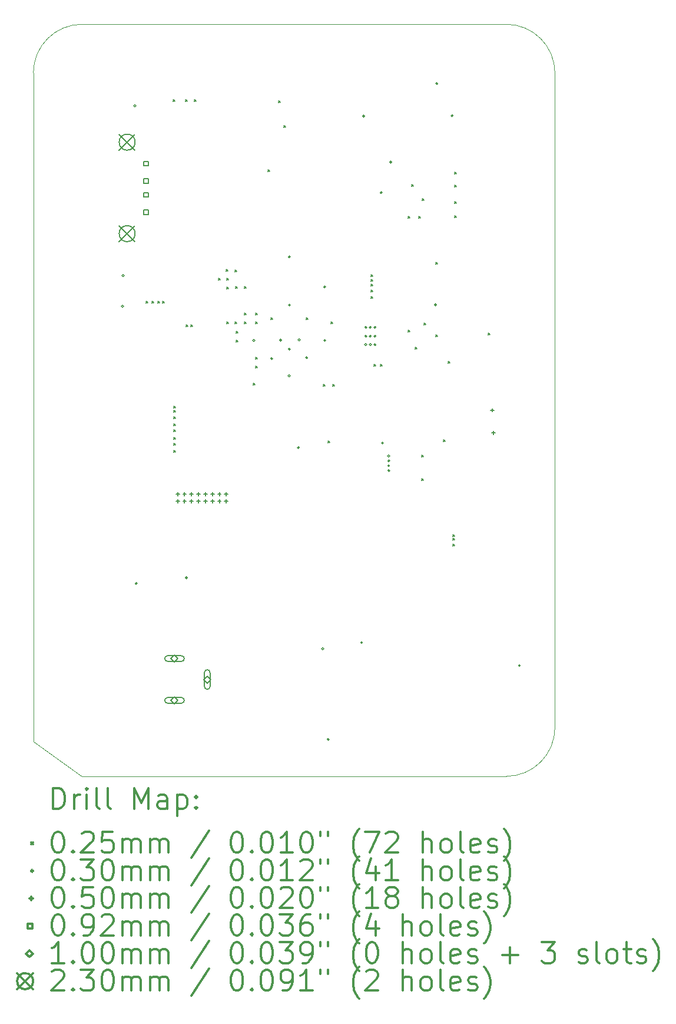
<source format=gbr>
%FSLAX45Y45*%
G04 Gerber Fmt 4.5, Leading zero omitted, Abs format (unit mm)*
G04 Created by KiCad (PCBNEW 5.1.6-c6e7f7d~86~ubuntu18.04.1) date 2020-08-09 14:30:50*
%MOMM*%
%LPD*%
G01*
G04 APERTURE LIST*
%TA.AperFunction,Profile*%
%ADD10C,0.050000*%
%TD*%
%ADD11C,0.200000*%
%ADD12C,0.300000*%
G04 APERTURE END LIST*
D10*
X1200000Y-2500000D02*
X1200000Y-2600000D01*
X8700000Y-2500000D02*
X8700000Y-11900000D01*
X1900000Y-1800000D02*
X8000000Y-1800000D01*
X8000000Y-1800000D02*
G75*
G02*
X8700000Y-2500000I0J-700000D01*
G01*
X1200000Y-2500000D02*
G75*
G02*
X1900000Y-1800000I700000J0D01*
G01*
X8700000Y-11900000D02*
G75*
G02*
X8000000Y-12600000I-700000J0D01*
G01*
X1900000Y-12600000D02*
X8000000Y-12600000D01*
X1200000Y-12100000D02*
X1900000Y-12600000D01*
X1200000Y-2600000D02*
X1200000Y-12100000D01*
D11*
X2817300Y-5777300D02*
X2842700Y-5802700D01*
X2842700Y-5777300D02*
X2817300Y-5802700D01*
X2907300Y-5777300D02*
X2932700Y-5802700D01*
X2932700Y-5777300D02*
X2907300Y-5802700D01*
X2989575Y-5777300D02*
X3014975Y-5802700D01*
X3014975Y-5777300D02*
X2989575Y-5802700D01*
X3057299Y-5777300D02*
X3082699Y-5802700D01*
X3082699Y-5777300D02*
X3057299Y-5802700D01*
X3213100Y-2882900D02*
X3238500Y-2908300D01*
X3238500Y-2882900D02*
X3213100Y-2908300D01*
X3216300Y-7281447D02*
X3241700Y-7306847D01*
X3241700Y-7281447D02*
X3216300Y-7306847D01*
X3216300Y-7342407D02*
X3241700Y-7367807D01*
X3241700Y-7342407D02*
X3216300Y-7367807D01*
X3216300Y-7439300D02*
X3241700Y-7464700D01*
X3241700Y-7439300D02*
X3216300Y-7464700D01*
X3216300Y-7537300D02*
X3241700Y-7562700D01*
X3241700Y-7537300D02*
X3216300Y-7562700D01*
X3216300Y-7729300D02*
X3241700Y-7754700D01*
X3241700Y-7729300D02*
X3216300Y-7754700D01*
X3216300Y-7819300D02*
X3241700Y-7844700D01*
X3241700Y-7819300D02*
X3216300Y-7844700D01*
X3216300Y-7921300D02*
X3241700Y-7946700D01*
X3241700Y-7921300D02*
X3216300Y-7946700D01*
X3217300Y-7626300D02*
X3242700Y-7651700D01*
X3242700Y-7626300D02*
X3217300Y-7651700D01*
X3390900Y-2882900D02*
X3416300Y-2908300D01*
X3416300Y-2882900D02*
X3390900Y-2908300D01*
X3397300Y-6117300D02*
X3422700Y-6142700D01*
X3422700Y-6117300D02*
X3397300Y-6142700D01*
X3467300Y-6117300D02*
X3492700Y-6142700D01*
X3492700Y-6117300D02*
X3467300Y-6142700D01*
X3517900Y-2882900D02*
X3543300Y-2908300D01*
X3543300Y-2882900D02*
X3517900Y-2908300D01*
X3861300Y-5443300D02*
X3886700Y-5468700D01*
X3886700Y-5443300D02*
X3861300Y-5468700D01*
X3976300Y-5323300D02*
X4001700Y-5348700D01*
X4001700Y-5323300D02*
X3976300Y-5348700D01*
X3977046Y-6072300D02*
X4002446Y-6097700D01*
X4002446Y-6072300D02*
X3977046Y-6097700D01*
X3978300Y-5572300D02*
X4003700Y-5597700D01*
X4003700Y-5572300D02*
X3978300Y-5597700D01*
X3981300Y-5443300D02*
X4006700Y-5468700D01*
X4006700Y-5443300D02*
X3981300Y-5468700D01*
X4096300Y-6072300D02*
X4121700Y-6097700D01*
X4121700Y-6072300D02*
X4096300Y-6097700D01*
X4099300Y-5328300D02*
X4124700Y-5353700D01*
X4124700Y-5328300D02*
X4099300Y-5353700D01*
X4106300Y-5568300D02*
X4131700Y-5593700D01*
X4131700Y-5568300D02*
X4106300Y-5593700D01*
X4112300Y-6212300D02*
X4137700Y-6237700D01*
X4137700Y-6212300D02*
X4112300Y-6237700D01*
X4115300Y-6337300D02*
X4140700Y-6362700D01*
X4140700Y-6337300D02*
X4115300Y-6362700D01*
X4235046Y-5949300D02*
X4260446Y-5974700D01*
X4260446Y-5949300D02*
X4235046Y-5974700D01*
X4236300Y-5568300D02*
X4261700Y-5593700D01*
X4261700Y-5568300D02*
X4236300Y-5593700D01*
X4236300Y-6074300D02*
X4261700Y-6099700D01*
X4261700Y-6074300D02*
X4236300Y-6099700D01*
X4364300Y-6957300D02*
X4389700Y-6982700D01*
X4389700Y-6957300D02*
X4364300Y-6982700D01*
X4397060Y-5945780D02*
X4422460Y-5971180D01*
X4422460Y-5945780D02*
X4397060Y-5971180D01*
X4397060Y-6072780D02*
X4422460Y-6098180D01*
X4422460Y-6072780D02*
X4397060Y-6098180D01*
X4397060Y-6580780D02*
X4422460Y-6606180D01*
X4422460Y-6580780D02*
X4397060Y-6606180D01*
X4397060Y-6707780D02*
X4422460Y-6733180D01*
X4422460Y-6707780D02*
X4397060Y-6733180D01*
X4576300Y-3885500D02*
X4601700Y-3910900D01*
X4601700Y-3885500D02*
X4576300Y-3910900D01*
X4615300Y-6015300D02*
X4640700Y-6040700D01*
X4640700Y-6015300D02*
X4615300Y-6040700D01*
X4728700Y-2894900D02*
X4754100Y-2920300D01*
X4754100Y-2894900D02*
X4728700Y-2920300D01*
X4804900Y-3250500D02*
X4830300Y-3275900D01*
X4830300Y-3250500D02*
X4804900Y-3275900D01*
X5121300Y-6012300D02*
X5146700Y-6037700D01*
X5146700Y-6012300D02*
X5121300Y-6037700D01*
X5370300Y-6974300D02*
X5395700Y-6999700D01*
X5395700Y-6974300D02*
X5370300Y-6999700D01*
X5437300Y-7787300D02*
X5462700Y-7812700D01*
X5462700Y-7787300D02*
X5437300Y-7812700D01*
X5477300Y-6075300D02*
X5502700Y-6100700D01*
X5502700Y-6075300D02*
X5477300Y-6100700D01*
X5501300Y-6971300D02*
X5526700Y-6996700D01*
X5526700Y-6971300D02*
X5501300Y-6996700D01*
X6058300Y-5400300D02*
X6083700Y-5425700D01*
X6083700Y-5400300D02*
X6058300Y-5425700D01*
X6058300Y-5463300D02*
X6083700Y-5488700D01*
X6083700Y-5463300D02*
X6058300Y-5488700D01*
X6058300Y-5536300D02*
X6083700Y-5561700D01*
X6083700Y-5536300D02*
X6058300Y-5561700D01*
X6058300Y-5616300D02*
X6083700Y-5641700D01*
X6083700Y-5616300D02*
X6058300Y-5641700D01*
X6058300Y-5709300D02*
X6083700Y-5734700D01*
X6083700Y-5709300D02*
X6058300Y-5734700D01*
X6099300Y-6687300D02*
X6124700Y-6712700D01*
X6124700Y-6687300D02*
X6099300Y-6712700D01*
X6190300Y-6682300D02*
X6215700Y-6707700D01*
X6215700Y-6682300D02*
X6190300Y-6707700D01*
X6587972Y-6195970D02*
X6613372Y-6221370D01*
X6613372Y-6195970D02*
X6587972Y-6221370D01*
X6591300Y-4559300D02*
X6616700Y-4584700D01*
X6616700Y-4559300D02*
X6591300Y-4584700D01*
X6642100Y-4102100D02*
X6667500Y-4127500D01*
X6667500Y-4102100D02*
X6642100Y-4127500D01*
X6687300Y-6437300D02*
X6712700Y-6462700D01*
X6712700Y-6437300D02*
X6687300Y-6462700D01*
X6743700Y-4559300D02*
X6769100Y-4584700D01*
X6769100Y-4559300D02*
X6743700Y-4584700D01*
X6780300Y-7984300D02*
X6805700Y-8009700D01*
X6805700Y-7984300D02*
X6780300Y-8009700D01*
X6780300Y-8328300D02*
X6805700Y-8353700D01*
X6805700Y-8328300D02*
X6780300Y-8353700D01*
X6794500Y-4305300D02*
X6819900Y-4330700D01*
X6819900Y-4305300D02*
X6794500Y-4330700D01*
X6813300Y-6092300D02*
X6838700Y-6117700D01*
X6838700Y-6092300D02*
X6813300Y-6117700D01*
X6986270Y-5216330D02*
X7011670Y-5241730D01*
X7011670Y-5216330D02*
X6986270Y-5241730D01*
X6987300Y-6262300D02*
X7012700Y-6287700D01*
X7012700Y-6262300D02*
X6987300Y-6287700D01*
X7097300Y-7767300D02*
X7122700Y-7792700D01*
X7122700Y-7767300D02*
X7097300Y-7792700D01*
X7162300Y-6637300D02*
X7187700Y-6662700D01*
X7187700Y-6637300D02*
X7162300Y-6662700D01*
X7229814Y-9127300D02*
X7255214Y-9152700D01*
X7255214Y-9127300D02*
X7229814Y-9152700D01*
X7229814Y-9183385D02*
X7255214Y-9208785D01*
X7255214Y-9183385D02*
X7229814Y-9208785D01*
X7229814Y-9265300D02*
X7255214Y-9290700D01*
X7255214Y-9265300D02*
X7229814Y-9290700D01*
X7258300Y-3925300D02*
X7283700Y-3950700D01*
X7283700Y-3925300D02*
X7258300Y-3950700D01*
X7258300Y-4112300D02*
X7283700Y-4137700D01*
X7283700Y-4112300D02*
X7258300Y-4137700D01*
X7258300Y-4345300D02*
X7283700Y-4370700D01*
X7283700Y-4345300D02*
X7258300Y-4370700D01*
X7258300Y-4550300D02*
X7283700Y-4575700D01*
X7283700Y-4550300D02*
X7258300Y-4575700D01*
X7737300Y-6237300D02*
X7762700Y-6262700D01*
X7762700Y-6237300D02*
X7737300Y-6262700D01*
X2495240Y-5850000D02*
G75*
G03*
X2495240Y-5850000I-15240J0D01*
G01*
X2505240Y-5410000D02*
G75*
G03*
X2505240Y-5410000I-15240J0D01*
G01*
X2675240Y-2970000D02*
G75*
G03*
X2675240Y-2970000I-15240J0D01*
G01*
X2695240Y-9830000D02*
G75*
G03*
X2695240Y-9830000I-15240J0D01*
G01*
X3415240Y-9750000D02*
G75*
G03*
X3415240Y-9750000I-15240J0D01*
G01*
X4386500Y-6340000D02*
G75*
G03*
X4386500Y-6340000I-15240J0D01*
G01*
X4640240Y-6600000D02*
G75*
G03*
X4640240Y-6600000I-15240J0D01*
G01*
X4770440Y-6334400D02*
G75*
G03*
X4770440Y-6334400I-15240J0D01*
G01*
X4891090Y-6848750D02*
G75*
G03*
X4891090Y-6848750I-15240J0D01*
G01*
X4894900Y-6466480D02*
G75*
G03*
X4894900Y-6466480I-15240J0D01*
G01*
X4895240Y-5140000D02*
G75*
G03*
X4895240Y-5140000I-15240J0D01*
G01*
X4897440Y-5832750D02*
G75*
G03*
X4897440Y-5832750I-15240J0D01*
G01*
X5025240Y-7880000D02*
G75*
G03*
X5025240Y-7880000I-15240J0D01*
G01*
X5037140Y-6334400D02*
G75*
G03*
X5037140Y-6334400I-15240J0D01*
G01*
X5145240Y-6590000D02*
G75*
G03*
X5145240Y-6590000I-15240J0D01*
G01*
X5375240Y-10770000D02*
G75*
G03*
X5375240Y-10770000I-15240J0D01*
G01*
X5403240Y-5573000D02*
G75*
G03*
X5403240Y-5573000I-15240J0D01*
G01*
X5405440Y-6340750D02*
G75*
G03*
X5405440Y-6340750I-15240J0D01*
G01*
X5455240Y-12070000D02*
G75*
G03*
X5455240Y-12070000I-15240J0D01*
G01*
X5935240Y-10680000D02*
G75*
G03*
X5935240Y-10680000I-15240J0D01*
G01*
X5965240Y-3120000D02*
G75*
G03*
X5965240Y-3120000I-15240J0D01*
G01*
X5994720Y-6151520D02*
G75*
G03*
X5994720Y-6151520I-15240J0D01*
G01*
X5994720Y-6278520D02*
G75*
G03*
X5994720Y-6278520I-15240J0D01*
G01*
X5994720Y-6400440D02*
G75*
G03*
X5994720Y-6400440I-15240J0D01*
G01*
X6060760Y-6151520D02*
G75*
G03*
X6060760Y-6151520I-15240J0D01*
G01*
X6060760Y-6278520D02*
G75*
G03*
X6060760Y-6278520I-15240J0D01*
G01*
X6060760Y-6400440D02*
G75*
G03*
X6060760Y-6400440I-15240J0D01*
G01*
X6126800Y-6151520D02*
G75*
G03*
X6126800Y-6151520I-15240J0D01*
G01*
X6126800Y-6278520D02*
G75*
G03*
X6126800Y-6278520I-15240J0D01*
G01*
X6126800Y-6400440D02*
G75*
G03*
X6126800Y-6400440I-15240J0D01*
G01*
X6215240Y-4218751D02*
G75*
G03*
X6215240Y-4218751I-15240J0D01*
G01*
X6234240Y-7814000D02*
G75*
G03*
X6234240Y-7814000I-15240J0D01*
G01*
X6325240Y-8000000D02*
G75*
G03*
X6325240Y-8000000I-15240J0D01*
G01*
X6325240Y-8070000D02*
G75*
G03*
X6325240Y-8070000I-15240J0D01*
G01*
X6325240Y-8140000D02*
G75*
G03*
X6325240Y-8140000I-15240J0D01*
G01*
X6325240Y-8210000D02*
G75*
G03*
X6325240Y-8210000I-15240J0D01*
G01*
X6355240Y-3780000D02*
G75*
G03*
X6355240Y-3780000I-15240J0D01*
G01*
X6999240Y-5829000D02*
G75*
G03*
X6999240Y-5829000I-15240J0D01*
G01*
X7015240Y-2650000D02*
G75*
G03*
X7015240Y-2650000I-15240J0D01*
G01*
X7237000Y-3112500D02*
G75*
G03*
X7237000Y-3112500I-15240J0D01*
G01*
X8205240Y-11010000D02*
G75*
G03*
X8205240Y-11010000I-15240J0D01*
G01*
X3275000Y-8525000D02*
X3275000Y-8575000D01*
X3250000Y-8550000D02*
X3300000Y-8550000D01*
X3275000Y-8625000D02*
X3275000Y-8675000D01*
X3250000Y-8650000D02*
X3300000Y-8650000D01*
X3375000Y-8525000D02*
X3375000Y-8575000D01*
X3350000Y-8550000D02*
X3400000Y-8550000D01*
X3375000Y-8625000D02*
X3375000Y-8675000D01*
X3350000Y-8650000D02*
X3400000Y-8650000D01*
X3475000Y-8525000D02*
X3475000Y-8575000D01*
X3450000Y-8550000D02*
X3500000Y-8550000D01*
X3475000Y-8625000D02*
X3475000Y-8675000D01*
X3450000Y-8650000D02*
X3500000Y-8650000D01*
X3575000Y-8525000D02*
X3575000Y-8575000D01*
X3550000Y-8550000D02*
X3600000Y-8550000D01*
X3575000Y-8625000D02*
X3575000Y-8675000D01*
X3550000Y-8650000D02*
X3600000Y-8650000D01*
X3675000Y-8525000D02*
X3675000Y-8575000D01*
X3650000Y-8550000D02*
X3700000Y-8550000D01*
X3675000Y-8625000D02*
X3675000Y-8675000D01*
X3650000Y-8650000D02*
X3700000Y-8650000D01*
X3775000Y-8525000D02*
X3775000Y-8575000D01*
X3750000Y-8550000D02*
X3800000Y-8550000D01*
X3775000Y-8625000D02*
X3775000Y-8675000D01*
X3750000Y-8650000D02*
X3800000Y-8650000D01*
X3875000Y-8525000D02*
X3875000Y-8575000D01*
X3850000Y-8550000D02*
X3900000Y-8550000D01*
X3875000Y-8625000D02*
X3875000Y-8675000D01*
X3850000Y-8650000D02*
X3900000Y-8650000D01*
X3975000Y-8525000D02*
X3975000Y-8575000D01*
X3950000Y-8550000D02*
X4000000Y-8550000D01*
X3975000Y-8625000D02*
X3975000Y-8675000D01*
X3950000Y-8650000D02*
X4000000Y-8650000D01*
X7815000Y-7639500D02*
X7815000Y-7689500D01*
X7790000Y-7664500D02*
X7840000Y-7664500D01*
X7800000Y-7315000D02*
X7800000Y-7365000D01*
X7775000Y-7340000D02*
X7825000Y-7340000D01*
X2852527Y-3832527D02*
X2852527Y-3767473D01*
X2787473Y-3767473D01*
X2787473Y-3832527D01*
X2852527Y-3832527D01*
X2852527Y-4082527D02*
X2852527Y-4017473D01*
X2787473Y-4017473D01*
X2787473Y-4082527D01*
X2852527Y-4082527D01*
X2852527Y-4282527D02*
X2852527Y-4217473D01*
X2787473Y-4217473D01*
X2787473Y-4282527D01*
X2852527Y-4282527D01*
X2852527Y-4532527D02*
X2852527Y-4467473D01*
X2787473Y-4467473D01*
X2787473Y-4532527D01*
X2852527Y-4532527D01*
X3230000Y-10960000D02*
X3280000Y-10910000D01*
X3230000Y-10860000D01*
X3180000Y-10910000D01*
X3230000Y-10960000D01*
X3130000Y-10950000D02*
X3330000Y-10950000D01*
X3130000Y-10870000D02*
X3330000Y-10870000D01*
X3330000Y-10950000D02*
G75*
G03*
X3330000Y-10870000I0J40000D01*
G01*
X3130000Y-10870000D02*
G75*
G03*
X3130000Y-10950000I0J-40000D01*
G01*
X3230000Y-11560000D02*
X3280000Y-11510000D01*
X3230000Y-11460000D01*
X3180000Y-11510000D01*
X3230000Y-11560000D01*
X3130000Y-11550000D02*
X3330000Y-11550000D01*
X3130000Y-11470000D02*
X3330000Y-11470000D01*
X3330000Y-11550000D02*
G75*
G03*
X3330000Y-11470000I0J40000D01*
G01*
X3130000Y-11470000D02*
G75*
G03*
X3130000Y-11550000I0J-40000D01*
G01*
X3700000Y-11260000D02*
X3750000Y-11210000D01*
X3700000Y-11160000D01*
X3650000Y-11210000D01*
X3700000Y-11260000D01*
X3740000Y-11310000D02*
X3740000Y-11110000D01*
X3660000Y-11310000D02*
X3660000Y-11110000D01*
X3740000Y-11110000D02*
G75*
G03*
X3660000Y-11110000I-40000J0D01*
G01*
X3660000Y-11310000D02*
G75*
G03*
X3740000Y-11310000I40000J0D01*
G01*
X2434000Y-3378000D02*
X2664000Y-3608000D01*
X2664000Y-3378000D02*
X2434000Y-3608000D01*
X2664000Y-3493000D02*
G75*
G03*
X2664000Y-3493000I-115000J0D01*
G01*
X2434000Y-4692000D02*
X2664000Y-4922000D01*
X2664000Y-4692000D02*
X2434000Y-4922000D01*
X2664000Y-4807000D02*
G75*
G03*
X2664000Y-4807000I-115000J0D01*
G01*
D12*
X1483928Y-13068214D02*
X1483928Y-12768214D01*
X1555357Y-12768214D01*
X1598214Y-12782500D01*
X1626786Y-12811071D01*
X1641071Y-12839643D01*
X1655357Y-12896786D01*
X1655357Y-12939643D01*
X1641071Y-12996786D01*
X1626786Y-13025357D01*
X1598214Y-13053929D01*
X1555357Y-13068214D01*
X1483928Y-13068214D01*
X1783928Y-13068214D02*
X1783928Y-12868214D01*
X1783928Y-12925357D02*
X1798214Y-12896786D01*
X1812500Y-12882500D01*
X1841071Y-12868214D01*
X1869643Y-12868214D01*
X1969643Y-13068214D02*
X1969643Y-12868214D01*
X1969643Y-12768214D02*
X1955357Y-12782500D01*
X1969643Y-12796786D01*
X1983928Y-12782500D01*
X1969643Y-12768214D01*
X1969643Y-12796786D01*
X2155357Y-13068214D02*
X2126786Y-13053929D01*
X2112500Y-13025357D01*
X2112500Y-12768214D01*
X2312500Y-13068214D02*
X2283928Y-13053929D01*
X2269643Y-13025357D01*
X2269643Y-12768214D01*
X2655357Y-13068214D02*
X2655357Y-12768214D01*
X2755357Y-12982500D01*
X2855357Y-12768214D01*
X2855357Y-13068214D01*
X3126786Y-13068214D02*
X3126786Y-12911071D01*
X3112500Y-12882500D01*
X3083928Y-12868214D01*
X3026786Y-12868214D01*
X2998214Y-12882500D01*
X3126786Y-13053929D02*
X3098214Y-13068214D01*
X3026786Y-13068214D01*
X2998214Y-13053929D01*
X2983928Y-13025357D01*
X2983928Y-12996786D01*
X2998214Y-12968214D01*
X3026786Y-12953929D01*
X3098214Y-12953929D01*
X3126786Y-12939643D01*
X3269643Y-12868214D02*
X3269643Y-13168214D01*
X3269643Y-12882500D02*
X3298214Y-12868214D01*
X3355357Y-12868214D01*
X3383928Y-12882500D01*
X3398214Y-12896786D01*
X3412500Y-12925357D01*
X3412500Y-13011071D01*
X3398214Y-13039643D01*
X3383928Y-13053929D01*
X3355357Y-13068214D01*
X3298214Y-13068214D01*
X3269643Y-13053929D01*
X3541071Y-13039643D02*
X3555357Y-13053929D01*
X3541071Y-13068214D01*
X3526786Y-13053929D01*
X3541071Y-13039643D01*
X3541071Y-13068214D01*
X3541071Y-12882500D02*
X3555357Y-12896786D01*
X3541071Y-12911071D01*
X3526786Y-12896786D01*
X3541071Y-12882500D01*
X3541071Y-12911071D01*
X1172100Y-13549800D02*
X1197500Y-13575200D01*
X1197500Y-13549800D02*
X1172100Y-13575200D01*
X1541071Y-13398214D02*
X1569643Y-13398214D01*
X1598214Y-13412500D01*
X1612500Y-13426786D01*
X1626786Y-13455357D01*
X1641071Y-13512500D01*
X1641071Y-13583929D01*
X1626786Y-13641071D01*
X1612500Y-13669643D01*
X1598214Y-13683929D01*
X1569643Y-13698214D01*
X1541071Y-13698214D01*
X1512500Y-13683929D01*
X1498214Y-13669643D01*
X1483928Y-13641071D01*
X1469643Y-13583929D01*
X1469643Y-13512500D01*
X1483928Y-13455357D01*
X1498214Y-13426786D01*
X1512500Y-13412500D01*
X1541071Y-13398214D01*
X1769643Y-13669643D02*
X1783928Y-13683929D01*
X1769643Y-13698214D01*
X1755357Y-13683929D01*
X1769643Y-13669643D01*
X1769643Y-13698214D01*
X1898214Y-13426786D02*
X1912500Y-13412500D01*
X1941071Y-13398214D01*
X2012500Y-13398214D01*
X2041071Y-13412500D01*
X2055357Y-13426786D01*
X2069643Y-13455357D01*
X2069643Y-13483929D01*
X2055357Y-13526786D01*
X1883928Y-13698214D01*
X2069643Y-13698214D01*
X2341071Y-13398214D02*
X2198214Y-13398214D01*
X2183928Y-13541071D01*
X2198214Y-13526786D01*
X2226786Y-13512500D01*
X2298214Y-13512500D01*
X2326786Y-13526786D01*
X2341071Y-13541071D01*
X2355357Y-13569643D01*
X2355357Y-13641071D01*
X2341071Y-13669643D01*
X2326786Y-13683929D01*
X2298214Y-13698214D01*
X2226786Y-13698214D01*
X2198214Y-13683929D01*
X2183928Y-13669643D01*
X2483928Y-13698214D02*
X2483928Y-13498214D01*
X2483928Y-13526786D02*
X2498214Y-13512500D01*
X2526786Y-13498214D01*
X2569643Y-13498214D01*
X2598214Y-13512500D01*
X2612500Y-13541071D01*
X2612500Y-13698214D01*
X2612500Y-13541071D02*
X2626786Y-13512500D01*
X2655357Y-13498214D01*
X2698214Y-13498214D01*
X2726786Y-13512500D01*
X2741071Y-13541071D01*
X2741071Y-13698214D01*
X2883928Y-13698214D02*
X2883928Y-13498214D01*
X2883928Y-13526786D02*
X2898214Y-13512500D01*
X2926786Y-13498214D01*
X2969643Y-13498214D01*
X2998214Y-13512500D01*
X3012500Y-13541071D01*
X3012500Y-13698214D01*
X3012500Y-13541071D02*
X3026786Y-13512500D01*
X3055357Y-13498214D01*
X3098214Y-13498214D01*
X3126786Y-13512500D01*
X3141071Y-13541071D01*
X3141071Y-13698214D01*
X3726786Y-13383929D02*
X3469643Y-13769643D01*
X4112500Y-13398214D02*
X4141071Y-13398214D01*
X4169643Y-13412500D01*
X4183928Y-13426786D01*
X4198214Y-13455357D01*
X4212500Y-13512500D01*
X4212500Y-13583929D01*
X4198214Y-13641071D01*
X4183928Y-13669643D01*
X4169643Y-13683929D01*
X4141071Y-13698214D01*
X4112500Y-13698214D01*
X4083928Y-13683929D01*
X4069643Y-13669643D01*
X4055357Y-13641071D01*
X4041071Y-13583929D01*
X4041071Y-13512500D01*
X4055357Y-13455357D01*
X4069643Y-13426786D01*
X4083928Y-13412500D01*
X4112500Y-13398214D01*
X4341071Y-13669643D02*
X4355357Y-13683929D01*
X4341071Y-13698214D01*
X4326786Y-13683929D01*
X4341071Y-13669643D01*
X4341071Y-13698214D01*
X4541071Y-13398214D02*
X4569643Y-13398214D01*
X4598214Y-13412500D01*
X4612500Y-13426786D01*
X4626786Y-13455357D01*
X4641071Y-13512500D01*
X4641071Y-13583929D01*
X4626786Y-13641071D01*
X4612500Y-13669643D01*
X4598214Y-13683929D01*
X4569643Y-13698214D01*
X4541071Y-13698214D01*
X4512500Y-13683929D01*
X4498214Y-13669643D01*
X4483928Y-13641071D01*
X4469643Y-13583929D01*
X4469643Y-13512500D01*
X4483928Y-13455357D01*
X4498214Y-13426786D01*
X4512500Y-13412500D01*
X4541071Y-13398214D01*
X4926786Y-13698214D02*
X4755357Y-13698214D01*
X4841071Y-13698214D02*
X4841071Y-13398214D01*
X4812500Y-13441071D01*
X4783928Y-13469643D01*
X4755357Y-13483929D01*
X5112500Y-13398214D02*
X5141071Y-13398214D01*
X5169643Y-13412500D01*
X5183928Y-13426786D01*
X5198214Y-13455357D01*
X5212500Y-13512500D01*
X5212500Y-13583929D01*
X5198214Y-13641071D01*
X5183928Y-13669643D01*
X5169643Y-13683929D01*
X5141071Y-13698214D01*
X5112500Y-13698214D01*
X5083928Y-13683929D01*
X5069643Y-13669643D01*
X5055357Y-13641071D01*
X5041071Y-13583929D01*
X5041071Y-13512500D01*
X5055357Y-13455357D01*
X5069643Y-13426786D01*
X5083928Y-13412500D01*
X5112500Y-13398214D01*
X5326786Y-13398214D02*
X5326786Y-13455357D01*
X5441071Y-13398214D02*
X5441071Y-13455357D01*
X5883928Y-13812500D02*
X5869643Y-13798214D01*
X5841071Y-13755357D01*
X5826786Y-13726786D01*
X5812500Y-13683929D01*
X5798214Y-13612500D01*
X5798214Y-13555357D01*
X5812500Y-13483929D01*
X5826786Y-13441071D01*
X5841071Y-13412500D01*
X5869643Y-13369643D01*
X5883928Y-13355357D01*
X5969643Y-13398214D02*
X6169643Y-13398214D01*
X6041071Y-13698214D01*
X6269643Y-13426786D02*
X6283928Y-13412500D01*
X6312500Y-13398214D01*
X6383928Y-13398214D01*
X6412500Y-13412500D01*
X6426786Y-13426786D01*
X6441071Y-13455357D01*
X6441071Y-13483929D01*
X6426786Y-13526786D01*
X6255357Y-13698214D01*
X6441071Y-13698214D01*
X6798214Y-13698214D02*
X6798214Y-13398214D01*
X6926786Y-13698214D02*
X6926786Y-13541071D01*
X6912500Y-13512500D01*
X6883928Y-13498214D01*
X6841071Y-13498214D01*
X6812500Y-13512500D01*
X6798214Y-13526786D01*
X7112500Y-13698214D02*
X7083928Y-13683929D01*
X7069643Y-13669643D01*
X7055357Y-13641071D01*
X7055357Y-13555357D01*
X7069643Y-13526786D01*
X7083928Y-13512500D01*
X7112500Y-13498214D01*
X7155357Y-13498214D01*
X7183928Y-13512500D01*
X7198214Y-13526786D01*
X7212500Y-13555357D01*
X7212500Y-13641071D01*
X7198214Y-13669643D01*
X7183928Y-13683929D01*
X7155357Y-13698214D01*
X7112500Y-13698214D01*
X7383928Y-13698214D02*
X7355357Y-13683929D01*
X7341071Y-13655357D01*
X7341071Y-13398214D01*
X7612500Y-13683929D02*
X7583928Y-13698214D01*
X7526786Y-13698214D01*
X7498214Y-13683929D01*
X7483928Y-13655357D01*
X7483928Y-13541071D01*
X7498214Y-13512500D01*
X7526786Y-13498214D01*
X7583928Y-13498214D01*
X7612500Y-13512500D01*
X7626786Y-13541071D01*
X7626786Y-13569643D01*
X7483928Y-13598214D01*
X7741071Y-13683929D02*
X7769643Y-13698214D01*
X7826786Y-13698214D01*
X7855357Y-13683929D01*
X7869643Y-13655357D01*
X7869643Y-13641071D01*
X7855357Y-13612500D01*
X7826786Y-13598214D01*
X7783928Y-13598214D01*
X7755357Y-13583929D01*
X7741071Y-13555357D01*
X7741071Y-13541071D01*
X7755357Y-13512500D01*
X7783928Y-13498214D01*
X7826786Y-13498214D01*
X7855357Y-13512500D01*
X7969643Y-13812500D02*
X7983928Y-13798214D01*
X8012500Y-13755357D01*
X8026786Y-13726786D01*
X8041071Y-13683929D01*
X8055357Y-13612500D01*
X8055357Y-13555357D01*
X8041071Y-13483929D01*
X8026786Y-13441071D01*
X8012500Y-13412500D01*
X7983928Y-13369643D01*
X7969643Y-13355357D01*
X1197500Y-13958500D02*
G75*
G03*
X1197500Y-13958500I-15240J0D01*
G01*
X1541071Y-13794214D02*
X1569643Y-13794214D01*
X1598214Y-13808500D01*
X1612500Y-13822786D01*
X1626786Y-13851357D01*
X1641071Y-13908500D01*
X1641071Y-13979929D01*
X1626786Y-14037071D01*
X1612500Y-14065643D01*
X1598214Y-14079929D01*
X1569643Y-14094214D01*
X1541071Y-14094214D01*
X1512500Y-14079929D01*
X1498214Y-14065643D01*
X1483928Y-14037071D01*
X1469643Y-13979929D01*
X1469643Y-13908500D01*
X1483928Y-13851357D01*
X1498214Y-13822786D01*
X1512500Y-13808500D01*
X1541071Y-13794214D01*
X1769643Y-14065643D02*
X1783928Y-14079929D01*
X1769643Y-14094214D01*
X1755357Y-14079929D01*
X1769643Y-14065643D01*
X1769643Y-14094214D01*
X1883928Y-13794214D02*
X2069643Y-13794214D01*
X1969643Y-13908500D01*
X2012500Y-13908500D01*
X2041071Y-13922786D01*
X2055357Y-13937071D01*
X2069643Y-13965643D01*
X2069643Y-14037071D01*
X2055357Y-14065643D01*
X2041071Y-14079929D01*
X2012500Y-14094214D01*
X1926786Y-14094214D01*
X1898214Y-14079929D01*
X1883928Y-14065643D01*
X2255357Y-13794214D02*
X2283928Y-13794214D01*
X2312500Y-13808500D01*
X2326786Y-13822786D01*
X2341071Y-13851357D01*
X2355357Y-13908500D01*
X2355357Y-13979929D01*
X2341071Y-14037071D01*
X2326786Y-14065643D01*
X2312500Y-14079929D01*
X2283928Y-14094214D01*
X2255357Y-14094214D01*
X2226786Y-14079929D01*
X2212500Y-14065643D01*
X2198214Y-14037071D01*
X2183928Y-13979929D01*
X2183928Y-13908500D01*
X2198214Y-13851357D01*
X2212500Y-13822786D01*
X2226786Y-13808500D01*
X2255357Y-13794214D01*
X2483928Y-14094214D02*
X2483928Y-13894214D01*
X2483928Y-13922786D02*
X2498214Y-13908500D01*
X2526786Y-13894214D01*
X2569643Y-13894214D01*
X2598214Y-13908500D01*
X2612500Y-13937071D01*
X2612500Y-14094214D01*
X2612500Y-13937071D02*
X2626786Y-13908500D01*
X2655357Y-13894214D01*
X2698214Y-13894214D01*
X2726786Y-13908500D01*
X2741071Y-13937071D01*
X2741071Y-14094214D01*
X2883928Y-14094214D02*
X2883928Y-13894214D01*
X2883928Y-13922786D02*
X2898214Y-13908500D01*
X2926786Y-13894214D01*
X2969643Y-13894214D01*
X2998214Y-13908500D01*
X3012500Y-13937071D01*
X3012500Y-14094214D01*
X3012500Y-13937071D02*
X3026786Y-13908500D01*
X3055357Y-13894214D01*
X3098214Y-13894214D01*
X3126786Y-13908500D01*
X3141071Y-13937071D01*
X3141071Y-14094214D01*
X3726786Y-13779929D02*
X3469643Y-14165643D01*
X4112500Y-13794214D02*
X4141071Y-13794214D01*
X4169643Y-13808500D01*
X4183928Y-13822786D01*
X4198214Y-13851357D01*
X4212500Y-13908500D01*
X4212500Y-13979929D01*
X4198214Y-14037071D01*
X4183928Y-14065643D01*
X4169643Y-14079929D01*
X4141071Y-14094214D01*
X4112500Y-14094214D01*
X4083928Y-14079929D01*
X4069643Y-14065643D01*
X4055357Y-14037071D01*
X4041071Y-13979929D01*
X4041071Y-13908500D01*
X4055357Y-13851357D01*
X4069643Y-13822786D01*
X4083928Y-13808500D01*
X4112500Y-13794214D01*
X4341071Y-14065643D02*
X4355357Y-14079929D01*
X4341071Y-14094214D01*
X4326786Y-14079929D01*
X4341071Y-14065643D01*
X4341071Y-14094214D01*
X4541071Y-13794214D02*
X4569643Y-13794214D01*
X4598214Y-13808500D01*
X4612500Y-13822786D01*
X4626786Y-13851357D01*
X4641071Y-13908500D01*
X4641071Y-13979929D01*
X4626786Y-14037071D01*
X4612500Y-14065643D01*
X4598214Y-14079929D01*
X4569643Y-14094214D01*
X4541071Y-14094214D01*
X4512500Y-14079929D01*
X4498214Y-14065643D01*
X4483928Y-14037071D01*
X4469643Y-13979929D01*
X4469643Y-13908500D01*
X4483928Y-13851357D01*
X4498214Y-13822786D01*
X4512500Y-13808500D01*
X4541071Y-13794214D01*
X4926786Y-14094214D02*
X4755357Y-14094214D01*
X4841071Y-14094214D02*
X4841071Y-13794214D01*
X4812500Y-13837071D01*
X4783928Y-13865643D01*
X4755357Y-13879929D01*
X5041071Y-13822786D02*
X5055357Y-13808500D01*
X5083928Y-13794214D01*
X5155357Y-13794214D01*
X5183928Y-13808500D01*
X5198214Y-13822786D01*
X5212500Y-13851357D01*
X5212500Y-13879929D01*
X5198214Y-13922786D01*
X5026786Y-14094214D01*
X5212500Y-14094214D01*
X5326786Y-13794214D02*
X5326786Y-13851357D01*
X5441071Y-13794214D02*
X5441071Y-13851357D01*
X5883928Y-14208500D02*
X5869643Y-14194214D01*
X5841071Y-14151357D01*
X5826786Y-14122786D01*
X5812500Y-14079929D01*
X5798214Y-14008500D01*
X5798214Y-13951357D01*
X5812500Y-13879929D01*
X5826786Y-13837071D01*
X5841071Y-13808500D01*
X5869643Y-13765643D01*
X5883928Y-13751357D01*
X6126786Y-13894214D02*
X6126786Y-14094214D01*
X6055357Y-13779929D02*
X5983928Y-13994214D01*
X6169643Y-13994214D01*
X6441071Y-14094214D02*
X6269643Y-14094214D01*
X6355357Y-14094214D02*
X6355357Y-13794214D01*
X6326786Y-13837071D01*
X6298214Y-13865643D01*
X6269643Y-13879929D01*
X6798214Y-14094214D02*
X6798214Y-13794214D01*
X6926786Y-14094214D02*
X6926786Y-13937071D01*
X6912500Y-13908500D01*
X6883928Y-13894214D01*
X6841071Y-13894214D01*
X6812500Y-13908500D01*
X6798214Y-13922786D01*
X7112500Y-14094214D02*
X7083928Y-14079929D01*
X7069643Y-14065643D01*
X7055357Y-14037071D01*
X7055357Y-13951357D01*
X7069643Y-13922786D01*
X7083928Y-13908500D01*
X7112500Y-13894214D01*
X7155357Y-13894214D01*
X7183928Y-13908500D01*
X7198214Y-13922786D01*
X7212500Y-13951357D01*
X7212500Y-14037071D01*
X7198214Y-14065643D01*
X7183928Y-14079929D01*
X7155357Y-14094214D01*
X7112500Y-14094214D01*
X7383928Y-14094214D02*
X7355357Y-14079929D01*
X7341071Y-14051357D01*
X7341071Y-13794214D01*
X7612500Y-14079929D02*
X7583928Y-14094214D01*
X7526786Y-14094214D01*
X7498214Y-14079929D01*
X7483928Y-14051357D01*
X7483928Y-13937071D01*
X7498214Y-13908500D01*
X7526786Y-13894214D01*
X7583928Y-13894214D01*
X7612500Y-13908500D01*
X7626786Y-13937071D01*
X7626786Y-13965643D01*
X7483928Y-13994214D01*
X7741071Y-14079929D02*
X7769643Y-14094214D01*
X7826786Y-14094214D01*
X7855357Y-14079929D01*
X7869643Y-14051357D01*
X7869643Y-14037071D01*
X7855357Y-14008500D01*
X7826786Y-13994214D01*
X7783928Y-13994214D01*
X7755357Y-13979929D01*
X7741071Y-13951357D01*
X7741071Y-13937071D01*
X7755357Y-13908500D01*
X7783928Y-13894214D01*
X7826786Y-13894214D01*
X7855357Y-13908500D01*
X7969643Y-14208500D02*
X7983928Y-14194214D01*
X8012500Y-14151357D01*
X8026786Y-14122786D01*
X8041071Y-14079929D01*
X8055357Y-14008500D01*
X8055357Y-13951357D01*
X8041071Y-13879929D01*
X8026786Y-13837071D01*
X8012500Y-13808500D01*
X7983928Y-13765643D01*
X7969643Y-13751357D01*
X1172500Y-14329500D02*
X1172500Y-14379500D01*
X1147500Y-14354500D02*
X1197500Y-14354500D01*
X1541071Y-14190214D02*
X1569643Y-14190214D01*
X1598214Y-14204500D01*
X1612500Y-14218786D01*
X1626786Y-14247357D01*
X1641071Y-14304500D01*
X1641071Y-14375929D01*
X1626786Y-14433071D01*
X1612500Y-14461643D01*
X1598214Y-14475929D01*
X1569643Y-14490214D01*
X1541071Y-14490214D01*
X1512500Y-14475929D01*
X1498214Y-14461643D01*
X1483928Y-14433071D01*
X1469643Y-14375929D01*
X1469643Y-14304500D01*
X1483928Y-14247357D01*
X1498214Y-14218786D01*
X1512500Y-14204500D01*
X1541071Y-14190214D01*
X1769643Y-14461643D02*
X1783928Y-14475929D01*
X1769643Y-14490214D01*
X1755357Y-14475929D01*
X1769643Y-14461643D01*
X1769643Y-14490214D01*
X2055357Y-14190214D02*
X1912500Y-14190214D01*
X1898214Y-14333071D01*
X1912500Y-14318786D01*
X1941071Y-14304500D01*
X2012500Y-14304500D01*
X2041071Y-14318786D01*
X2055357Y-14333071D01*
X2069643Y-14361643D01*
X2069643Y-14433071D01*
X2055357Y-14461643D01*
X2041071Y-14475929D01*
X2012500Y-14490214D01*
X1941071Y-14490214D01*
X1912500Y-14475929D01*
X1898214Y-14461643D01*
X2255357Y-14190214D02*
X2283928Y-14190214D01*
X2312500Y-14204500D01*
X2326786Y-14218786D01*
X2341071Y-14247357D01*
X2355357Y-14304500D01*
X2355357Y-14375929D01*
X2341071Y-14433071D01*
X2326786Y-14461643D01*
X2312500Y-14475929D01*
X2283928Y-14490214D01*
X2255357Y-14490214D01*
X2226786Y-14475929D01*
X2212500Y-14461643D01*
X2198214Y-14433071D01*
X2183928Y-14375929D01*
X2183928Y-14304500D01*
X2198214Y-14247357D01*
X2212500Y-14218786D01*
X2226786Y-14204500D01*
X2255357Y-14190214D01*
X2483928Y-14490214D02*
X2483928Y-14290214D01*
X2483928Y-14318786D02*
X2498214Y-14304500D01*
X2526786Y-14290214D01*
X2569643Y-14290214D01*
X2598214Y-14304500D01*
X2612500Y-14333071D01*
X2612500Y-14490214D01*
X2612500Y-14333071D02*
X2626786Y-14304500D01*
X2655357Y-14290214D01*
X2698214Y-14290214D01*
X2726786Y-14304500D01*
X2741071Y-14333071D01*
X2741071Y-14490214D01*
X2883928Y-14490214D02*
X2883928Y-14290214D01*
X2883928Y-14318786D02*
X2898214Y-14304500D01*
X2926786Y-14290214D01*
X2969643Y-14290214D01*
X2998214Y-14304500D01*
X3012500Y-14333071D01*
X3012500Y-14490214D01*
X3012500Y-14333071D02*
X3026786Y-14304500D01*
X3055357Y-14290214D01*
X3098214Y-14290214D01*
X3126786Y-14304500D01*
X3141071Y-14333071D01*
X3141071Y-14490214D01*
X3726786Y-14175929D02*
X3469643Y-14561643D01*
X4112500Y-14190214D02*
X4141071Y-14190214D01*
X4169643Y-14204500D01*
X4183928Y-14218786D01*
X4198214Y-14247357D01*
X4212500Y-14304500D01*
X4212500Y-14375929D01*
X4198214Y-14433071D01*
X4183928Y-14461643D01*
X4169643Y-14475929D01*
X4141071Y-14490214D01*
X4112500Y-14490214D01*
X4083928Y-14475929D01*
X4069643Y-14461643D01*
X4055357Y-14433071D01*
X4041071Y-14375929D01*
X4041071Y-14304500D01*
X4055357Y-14247357D01*
X4069643Y-14218786D01*
X4083928Y-14204500D01*
X4112500Y-14190214D01*
X4341071Y-14461643D02*
X4355357Y-14475929D01*
X4341071Y-14490214D01*
X4326786Y-14475929D01*
X4341071Y-14461643D01*
X4341071Y-14490214D01*
X4541071Y-14190214D02*
X4569643Y-14190214D01*
X4598214Y-14204500D01*
X4612500Y-14218786D01*
X4626786Y-14247357D01*
X4641071Y-14304500D01*
X4641071Y-14375929D01*
X4626786Y-14433071D01*
X4612500Y-14461643D01*
X4598214Y-14475929D01*
X4569643Y-14490214D01*
X4541071Y-14490214D01*
X4512500Y-14475929D01*
X4498214Y-14461643D01*
X4483928Y-14433071D01*
X4469643Y-14375929D01*
X4469643Y-14304500D01*
X4483928Y-14247357D01*
X4498214Y-14218786D01*
X4512500Y-14204500D01*
X4541071Y-14190214D01*
X4755357Y-14218786D02*
X4769643Y-14204500D01*
X4798214Y-14190214D01*
X4869643Y-14190214D01*
X4898214Y-14204500D01*
X4912500Y-14218786D01*
X4926786Y-14247357D01*
X4926786Y-14275929D01*
X4912500Y-14318786D01*
X4741071Y-14490214D01*
X4926786Y-14490214D01*
X5112500Y-14190214D02*
X5141071Y-14190214D01*
X5169643Y-14204500D01*
X5183928Y-14218786D01*
X5198214Y-14247357D01*
X5212500Y-14304500D01*
X5212500Y-14375929D01*
X5198214Y-14433071D01*
X5183928Y-14461643D01*
X5169643Y-14475929D01*
X5141071Y-14490214D01*
X5112500Y-14490214D01*
X5083928Y-14475929D01*
X5069643Y-14461643D01*
X5055357Y-14433071D01*
X5041071Y-14375929D01*
X5041071Y-14304500D01*
X5055357Y-14247357D01*
X5069643Y-14218786D01*
X5083928Y-14204500D01*
X5112500Y-14190214D01*
X5326786Y-14190214D02*
X5326786Y-14247357D01*
X5441071Y-14190214D02*
X5441071Y-14247357D01*
X5883928Y-14604500D02*
X5869643Y-14590214D01*
X5841071Y-14547357D01*
X5826786Y-14518786D01*
X5812500Y-14475929D01*
X5798214Y-14404500D01*
X5798214Y-14347357D01*
X5812500Y-14275929D01*
X5826786Y-14233071D01*
X5841071Y-14204500D01*
X5869643Y-14161643D01*
X5883928Y-14147357D01*
X6155357Y-14490214D02*
X5983928Y-14490214D01*
X6069643Y-14490214D02*
X6069643Y-14190214D01*
X6041071Y-14233071D01*
X6012500Y-14261643D01*
X5983928Y-14275929D01*
X6326786Y-14318786D02*
X6298214Y-14304500D01*
X6283928Y-14290214D01*
X6269643Y-14261643D01*
X6269643Y-14247357D01*
X6283928Y-14218786D01*
X6298214Y-14204500D01*
X6326786Y-14190214D01*
X6383928Y-14190214D01*
X6412500Y-14204500D01*
X6426786Y-14218786D01*
X6441071Y-14247357D01*
X6441071Y-14261643D01*
X6426786Y-14290214D01*
X6412500Y-14304500D01*
X6383928Y-14318786D01*
X6326786Y-14318786D01*
X6298214Y-14333071D01*
X6283928Y-14347357D01*
X6269643Y-14375929D01*
X6269643Y-14433071D01*
X6283928Y-14461643D01*
X6298214Y-14475929D01*
X6326786Y-14490214D01*
X6383928Y-14490214D01*
X6412500Y-14475929D01*
X6426786Y-14461643D01*
X6441071Y-14433071D01*
X6441071Y-14375929D01*
X6426786Y-14347357D01*
X6412500Y-14333071D01*
X6383928Y-14318786D01*
X6798214Y-14490214D02*
X6798214Y-14190214D01*
X6926786Y-14490214D02*
X6926786Y-14333071D01*
X6912500Y-14304500D01*
X6883928Y-14290214D01*
X6841071Y-14290214D01*
X6812500Y-14304500D01*
X6798214Y-14318786D01*
X7112500Y-14490214D02*
X7083928Y-14475929D01*
X7069643Y-14461643D01*
X7055357Y-14433071D01*
X7055357Y-14347357D01*
X7069643Y-14318786D01*
X7083928Y-14304500D01*
X7112500Y-14290214D01*
X7155357Y-14290214D01*
X7183928Y-14304500D01*
X7198214Y-14318786D01*
X7212500Y-14347357D01*
X7212500Y-14433071D01*
X7198214Y-14461643D01*
X7183928Y-14475929D01*
X7155357Y-14490214D01*
X7112500Y-14490214D01*
X7383928Y-14490214D02*
X7355357Y-14475929D01*
X7341071Y-14447357D01*
X7341071Y-14190214D01*
X7612500Y-14475929D02*
X7583928Y-14490214D01*
X7526786Y-14490214D01*
X7498214Y-14475929D01*
X7483928Y-14447357D01*
X7483928Y-14333071D01*
X7498214Y-14304500D01*
X7526786Y-14290214D01*
X7583928Y-14290214D01*
X7612500Y-14304500D01*
X7626786Y-14333071D01*
X7626786Y-14361643D01*
X7483928Y-14390214D01*
X7741071Y-14475929D02*
X7769643Y-14490214D01*
X7826786Y-14490214D01*
X7855357Y-14475929D01*
X7869643Y-14447357D01*
X7869643Y-14433071D01*
X7855357Y-14404500D01*
X7826786Y-14390214D01*
X7783928Y-14390214D01*
X7755357Y-14375929D01*
X7741071Y-14347357D01*
X7741071Y-14333071D01*
X7755357Y-14304500D01*
X7783928Y-14290214D01*
X7826786Y-14290214D01*
X7855357Y-14304500D01*
X7969643Y-14604500D02*
X7983928Y-14590214D01*
X8012500Y-14547357D01*
X8026786Y-14518786D01*
X8041071Y-14475929D01*
X8055357Y-14404500D01*
X8055357Y-14347357D01*
X8041071Y-14275929D01*
X8026786Y-14233071D01*
X8012500Y-14204500D01*
X7983928Y-14161643D01*
X7969643Y-14147357D01*
X1184027Y-14783027D02*
X1184027Y-14717973D01*
X1118973Y-14717973D01*
X1118973Y-14783027D01*
X1184027Y-14783027D01*
X1541071Y-14586214D02*
X1569643Y-14586214D01*
X1598214Y-14600500D01*
X1612500Y-14614786D01*
X1626786Y-14643357D01*
X1641071Y-14700500D01*
X1641071Y-14771929D01*
X1626786Y-14829071D01*
X1612500Y-14857643D01*
X1598214Y-14871929D01*
X1569643Y-14886214D01*
X1541071Y-14886214D01*
X1512500Y-14871929D01*
X1498214Y-14857643D01*
X1483928Y-14829071D01*
X1469643Y-14771929D01*
X1469643Y-14700500D01*
X1483928Y-14643357D01*
X1498214Y-14614786D01*
X1512500Y-14600500D01*
X1541071Y-14586214D01*
X1769643Y-14857643D02*
X1783928Y-14871929D01*
X1769643Y-14886214D01*
X1755357Y-14871929D01*
X1769643Y-14857643D01*
X1769643Y-14886214D01*
X1926786Y-14886214D02*
X1983928Y-14886214D01*
X2012500Y-14871929D01*
X2026786Y-14857643D01*
X2055357Y-14814786D01*
X2069643Y-14757643D01*
X2069643Y-14643357D01*
X2055357Y-14614786D01*
X2041071Y-14600500D01*
X2012500Y-14586214D01*
X1955357Y-14586214D01*
X1926786Y-14600500D01*
X1912500Y-14614786D01*
X1898214Y-14643357D01*
X1898214Y-14714786D01*
X1912500Y-14743357D01*
X1926786Y-14757643D01*
X1955357Y-14771929D01*
X2012500Y-14771929D01*
X2041071Y-14757643D01*
X2055357Y-14743357D01*
X2069643Y-14714786D01*
X2183928Y-14614786D02*
X2198214Y-14600500D01*
X2226786Y-14586214D01*
X2298214Y-14586214D01*
X2326786Y-14600500D01*
X2341071Y-14614786D01*
X2355357Y-14643357D01*
X2355357Y-14671929D01*
X2341071Y-14714786D01*
X2169643Y-14886214D01*
X2355357Y-14886214D01*
X2483928Y-14886214D02*
X2483928Y-14686214D01*
X2483928Y-14714786D02*
X2498214Y-14700500D01*
X2526786Y-14686214D01*
X2569643Y-14686214D01*
X2598214Y-14700500D01*
X2612500Y-14729071D01*
X2612500Y-14886214D01*
X2612500Y-14729071D02*
X2626786Y-14700500D01*
X2655357Y-14686214D01*
X2698214Y-14686214D01*
X2726786Y-14700500D01*
X2741071Y-14729071D01*
X2741071Y-14886214D01*
X2883928Y-14886214D02*
X2883928Y-14686214D01*
X2883928Y-14714786D02*
X2898214Y-14700500D01*
X2926786Y-14686214D01*
X2969643Y-14686214D01*
X2998214Y-14700500D01*
X3012500Y-14729071D01*
X3012500Y-14886214D01*
X3012500Y-14729071D02*
X3026786Y-14700500D01*
X3055357Y-14686214D01*
X3098214Y-14686214D01*
X3126786Y-14700500D01*
X3141071Y-14729071D01*
X3141071Y-14886214D01*
X3726786Y-14571929D02*
X3469643Y-14957643D01*
X4112500Y-14586214D02*
X4141071Y-14586214D01*
X4169643Y-14600500D01*
X4183928Y-14614786D01*
X4198214Y-14643357D01*
X4212500Y-14700500D01*
X4212500Y-14771929D01*
X4198214Y-14829071D01*
X4183928Y-14857643D01*
X4169643Y-14871929D01*
X4141071Y-14886214D01*
X4112500Y-14886214D01*
X4083928Y-14871929D01*
X4069643Y-14857643D01*
X4055357Y-14829071D01*
X4041071Y-14771929D01*
X4041071Y-14700500D01*
X4055357Y-14643357D01*
X4069643Y-14614786D01*
X4083928Y-14600500D01*
X4112500Y-14586214D01*
X4341071Y-14857643D02*
X4355357Y-14871929D01*
X4341071Y-14886214D01*
X4326786Y-14871929D01*
X4341071Y-14857643D01*
X4341071Y-14886214D01*
X4541071Y-14586214D02*
X4569643Y-14586214D01*
X4598214Y-14600500D01*
X4612500Y-14614786D01*
X4626786Y-14643357D01*
X4641071Y-14700500D01*
X4641071Y-14771929D01*
X4626786Y-14829071D01*
X4612500Y-14857643D01*
X4598214Y-14871929D01*
X4569643Y-14886214D01*
X4541071Y-14886214D01*
X4512500Y-14871929D01*
X4498214Y-14857643D01*
X4483928Y-14829071D01*
X4469643Y-14771929D01*
X4469643Y-14700500D01*
X4483928Y-14643357D01*
X4498214Y-14614786D01*
X4512500Y-14600500D01*
X4541071Y-14586214D01*
X4741071Y-14586214D02*
X4926786Y-14586214D01*
X4826786Y-14700500D01*
X4869643Y-14700500D01*
X4898214Y-14714786D01*
X4912500Y-14729071D01*
X4926786Y-14757643D01*
X4926786Y-14829071D01*
X4912500Y-14857643D01*
X4898214Y-14871929D01*
X4869643Y-14886214D01*
X4783928Y-14886214D01*
X4755357Y-14871929D01*
X4741071Y-14857643D01*
X5183928Y-14586214D02*
X5126786Y-14586214D01*
X5098214Y-14600500D01*
X5083928Y-14614786D01*
X5055357Y-14657643D01*
X5041071Y-14714786D01*
X5041071Y-14829071D01*
X5055357Y-14857643D01*
X5069643Y-14871929D01*
X5098214Y-14886214D01*
X5155357Y-14886214D01*
X5183928Y-14871929D01*
X5198214Y-14857643D01*
X5212500Y-14829071D01*
X5212500Y-14757643D01*
X5198214Y-14729071D01*
X5183928Y-14714786D01*
X5155357Y-14700500D01*
X5098214Y-14700500D01*
X5069643Y-14714786D01*
X5055357Y-14729071D01*
X5041071Y-14757643D01*
X5326786Y-14586214D02*
X5326786Y-14643357D01*
X5441071Y-14586214D02*
X5441071Y-14643357D01*
X5883928Y-15000500D02*
X5869643Y-14986214D01*
X5841071Y-14943357D01*
X5826786Y-14914786D01*
X5812500Y-14871929D01*
X5798214Y-14800500D01*
X5798214Y-14743357D01*
X5812500Y-14671929D01*
X5826786Y-14629071D01*
X5841071Y-14600500D01*
X5869643Y-14557643D01*
X5883928Y-14543357D01*
X6126786Y-14686214D02*
X6126786Y-14886214D01*
X6055357Y-14571929D02*
X5983928Y-14786214D01*
X6169643Y-14786214D01*
X6512500Y-14886214D02*
X6512500Y-14586214D01*
X6641071Y-14886214D02*
X6641071Y-14729071D01*
X6626786Y-14700500D01*
X6598214Y-14686214D01*
X6555357Y-14686214D01*
X6526786Y-14700500D01*
X6512500Y-14714786D01*
X6826786Y-14886214D02*
X6798214Y-14871929D01*
X6783928Y-14857643D01*
X6769643Y-14829071D01*
X6769643Y-14743357D01*
X6783928Y-14714786D01*
X6798214Y-14700500D01*
X6826786Y-14686214D01*
X6869643Y-14686214D01*
X6898214Y-14700500D01*
X6912500Y-14714786D01*
X6926786Y-14743357D01*
X6926786Y-14829071D01*
X6912500Y-14857643D01*
X6898214Y-14871929D01*
X6869643Y-14886214D01*
X6826786Y-14886214D01*
X7098214Y-14886214D02*
X7069643Y-14871929D01*
X7055357Y-14843357D01*
X7055357Y-14586214D01*
X7326786Y-14871929D02*
X7298214Y-14886214D01*
X7241071Y-14886214D01*
X7212500Y-14871929D01*
X7198214Y-14843357D01*
X7198214Y-14729071D01*
X7212500Y-14700500D01*
X7241071Y-14686214D01*
X7298214Y-14686214D01*
X7326786Y-14700500D01*
X7341071Y-14729071D01*
X7341071Y-14757643D01*
X7198214Y-14786214D01*
X7455357Y-14871929D02*
X7483928Y-14886214D01*
X7541071Y-14886214D01*
X7569643Y-14871929D01*
X7583928Y-14843357D01*
X7583928Y-14829071D01*
X7569643Y-14800500D01*
X7541071Y-14786214D01*
X7498214Y-14786214D01*
X7469643Y-14771929D01*
X7455357Y-14743357D01*
X7455357Y-14729071D01*
X7469643Y-14700500D01*
X7498214Y-14686214D01*
X7541071Y-14686214D01*
X7569643Y-14700500D01*
X7683928Y-15000500D02*
X7698214Y-14986214D01*
X7726786Y-14943357D01*
X7741071Y-14914786D01*
X7755357Y-14871929D01*
X7769643Y-14800500D01*
X7769643Y-14743357D01*
X7755357Y-14671929D01*
X7741071Y-14629071D01*
X7726786Y-14600500D01*
X7698214Y-14557643D01*
X7683928Y-14543357D01*
X1147500Y-15196500D02*
X1197500Y-15146500D01*
X1147500Y-15096500D01*
X1097500Y-15146500D01*
X1147500Y-15196500D01*
X1641071Y-15282214D02*
X1469643Y-15282214D01*
X1555357Y-15282214D02*
X1555357Y-14982214D01*
X1526786Y-15025071D01*
X1498214Y-15053643D01*
X1469643Y-15067929D01*
X1769643Y-15253643D02*
X1783928Y-15267929D01*
X1769643Y-15282214D01*
X1755357Y-15267929D01*
X1769643Y-15253643D01*
X1769643Y-15282214D01*
X1969643Y-14982214D02*
X1998214Y-14982214D01*
X2026786Y-14996500D01*
X2041071Y-15010786D01*
X2055357Y-15039357D01*
X2069643Y-15096500D01*
X2069643Y-15167929D01*
X2055357Y-15225071D01*
X2041071Y-15253643D01*
X2026786Y-15267929D01*
X1998214Y-15282214D01*
X1969643Y-15282214D01*
X1941071Y-15267929D01*
X1926786Y-15253643D01*
X1912500Y-15225071D01*
X1898214Y-15167929D01*
X1898214Y-15096500D01*
X1912500Y-15039357D01*
X1926786Y-15010786D01*
X1941071Y-14996500D01*
X1969643Y-14982214D01*
X2255357Y-14982214D02*
X2283928Y-14982214D01*
X2312500Y-14996500D01*
X2326786Y-15010786D01*
X2341071Y-15039357D01*
X2355357Y-15096500D01*
X2355357Y-15167929D01*
X2341071Y-15225071D01*
X2326786Y-15253643D01*
X2312500Y-15267929D01*
X2283928Y-15282214D01*
X2255357Y-15282214D01*
X2226786Y-15267929D01*
X2212500Y-15253643D01*
X2198214Y-15225071D01*
X2183928Y-15167929D01*
X2183928Y-15096500D01*
X2198214Y-15039357D01*
X2212500Y-15010786D01*
X2226786Y-14996500D01*
X2255357Y-14982214D01*
X2483928Y-15282214D02*
X2483928Y-15082214D01*
X2483928Y-15110786D02*
X2498214Y-15096500D01*
X2526786Y-15082214D01*
X2569643Y-15082214D01*
X2598214Y-15096500D01*
X2612500Y-15125071D01*
X2612500Y-15282214D01*
X2612500Y-15125071D02*
X2626786Y-15096500D01*
X2655357Y-15082214D01*
X2698214Y-15082214D01*
X2726786Y-15096500D01*
X2741071Y-15125071D01*
X2741071Y-15282214D01*
X2883928Y-15282214D02*
X2883928Y-15082214D01*
X2883928Y-15110786D02*
X2898214Y-15096500D01*
X2926786Y-15082214D01*
X2969643Y-15082214D01*
X2998214Y-15096500D01*
X3012500Y-15125071D01*
X3012500Y-15282214D01*
X3012500Y-15125071D02*
X3026786Y-15096500D01*
X3055357Y-15082214D01*
X3098214Y-15082214D01*
X3126786Y-15096500D01*
X3141071Y-15125071D01*
X3141071Y-15282214D01*
X3726786Y-14967929D02*
X3469643Y-15353643D01*
X4112500Y-14982214D02*
X4141071Y-14982214D01*
X4169643Y-14996500D01*
X4183928Y-15010786D01*
X4198214Y-15039357D01*
X4212500Y-15096500D01*
X4212500Y-15167929D01*
X4198214Y-15225071D01*
X4183928Y-15253643D01*
X4169643Y-15267929D01*
X4141071Y-15282214D01*
X4112500Y-15282214D01*
X4083928Y-15267929D01*
X4069643Y-15253643D01*
X4055357Y-15225071D01*
X4041071Y-15167929D01*
X4041071Y-15096500D01*
X4055357Y-15039357D01*
X4069643Y-15010786D01*
X4083928Y-14996500D01*
X4112500Y-14982214D01*
X4341071Y-15253643D02*
X4355357Y-15267929D01*
X4341071Y-15282214D01*
X4326786Y-15267929D01*
X4341071Y-15253643D01*
X4341071Y-15282214D01*
X4541071Y-14982214D02*
X4569643Y-14982214D01*
X4598214Y-14996500D01*
X4612500Y-15010786D01*
X4626786Y-15039357D01*
X4641071Y-15096500D01*
X4641071Y-15167929D01*
X4626786Y-15225071D01*
X4612500Y-15253643D01*
X4598214Y-15267929D01*
X4569643Y-15282214D01*
X4541071Y-15282214D01*
X4512500Y-15267929D01*
X4498214Y-15253643D01*
X4483928Y-15225071D01*
X4469643Y-15167929D01*
X4469643Y-15096500D01*
X4483928Y-15039357D01*
X4498214Y-15010786D01*
X4512500Y-14996500D01*
X4541071Y-14982214D01*
X4741071Y-14982214D02*
X4926786Y-14982214D01*
X4826786Y-15096500D01*
X4869643Y-15096500D01*
X4898214Y-15110786D01*
X4912500Y-15125071D01*
X4926786Y-15153643D01*
X4926786Y-15225071D01*
X4912500Y-15253643D01*
X4898214Y-15267929D01*
X4869643Y-15282214D01*
X4783928Y-15282214D01*
X4755357Y-15267929D01*
X4741071Y-15253643D01*
X5069643Y-15282214D02*
X5126786Y-15282214D01*
X5155357Y-15267929D01*
X5169643Y-15253643D01*
X5198214Y-15210786D01*
X5212500Y-15153643D01*
X5212500Y-15039357D01*
X5198214Y-15010786D01*
X5183928Y-14996500D01*
X5155357Y-14982214D01*
X5098214Y-14982214D01*
X5069643Y-14996500D01*
X5055357Y-15010786D01*
X5041071Y-15039357D01*
X5041071Y-15110786D01*
X5055357Y-15139357D01*
X5069643Y-15153643D01*
X5098214Y-15167929D01*
X5155357Y-15167929D01*
X5183928Y-15153643D01*
X5198214Y-15139357D01*
X5212500Y-15110786D01*
X5326786Y-14982214D02*
X5326786Y-15039357D01*
X5441071Y-14982214D02*
X5441071Y-15039357D01*
X5883928Y-15396500D02*
X5869643Y-15382214D01*
X5841071Y-15339357D01*
X5826786Y-15310786D01*
X5812500Y-15267929D01*
X5798214Y-15196500D01*
X5798214Y-15139357D01*
X5812500Y-15067929D01*
X5826786Y-15025071D01*
X5841071Y-14996500D01*
X5869643Y-14953643D01*
X5883928Y-14939357D01*
X6055357Y-14982214D02*
X6083928Y-14982214D01*
X6112500Y-14996500D01*
X6126786Y-15010786D01*
X6141071Y-15039357D01*
X6155357Y-15096500D01*
X6155357Y-15167929D01*
X6141071Y-15225071D01*
X6126786Y-15253643D01*
X6112500Y-15267929D01*
X6083928Y-15282214D01*
X6055357Y-15282214D01*
X6026786Y-15267929D01*
X6012500Y-15253643D01*
X5998214Y-15225071D01*
X5983928Y-15167929D01*
X5983928Y-15096500D01*
X5998214Y-15039357D01*
X6012500Y-15010786D01*
X6026786Y-14996500D01*
X6055357Y-14982214D01*
X6512500Y-15282214D02*
X6512500Y-14982214D01*
X6641071Y-15282214D02*
X6641071Y-15125071D01*
X6626786Y-15096500D01*
X6598214Y-15082214D01*
X6555357Y-15082214D01*
X6526786Y-15096500D01*
X6512500Y-15110786D01*
X6826786Y-15282214D02*
X6798214Y-15267929D01*
X6783928Y-15253643D01*
X6769643Y-15225071D01*
X6769643Y-15139357D01*
X6783928Y-15110786D01*
X6798214Y-15096500D01*
X6826786Y-15082214D01*
X6869643Y-15082214D01*
X6898214Y-15096500D01*
X6912500Y-15110786D01*
X6926786Y-15139357D01*
X6926786Y-15225071D01*
X6912500Y-15253643D01*
X6898214Y-15267929D01*
X6869643Y-15282214D01*
X6826786Y-15282214D01*
X7098214Y-15282214D02*
X7069643Y-15267929D01*
X7055357Y-15239357D01*
X7055357Y-14982214D01*
X7326786Y-15267929D02*
X7298214Y-15282214D01*
X7241071Y-15282214D01*
X7212500Y-15267929D01*
X7198214Y-15239357D01*
X7198214Y-15125071D01*
X7212500Y-15096500D01*
X7241071Y-15082214D01*
X7298214Y-15082214D01*
X7326786Y-15096500D01*
X7341071Y-15125071D01*
X7341071Y-15153643D01*
X7198214Y-15182214D01*
X7455357Y-15267929D02*
X7483928Y-15282214D01*
X7541071Y-15282214D01*
X7569643Y-15267929D01*
X7583928Y-15239357D01*
X7583928Y-15225071D01*
X7569643Y-15196500D01*
X7541071Y-15182214D01*
X7498214Y-15182214D01*
X7469643Y-15167929D01*
X7455357Y-15139357D01*
X7455357Y-15125071D01*
X7469643Y-15096500D01*
X7498214Y-15082214D01*
X7541071Y-15082214D01*
X7569643Y-15096500D01*
X7941071Y-15167929D02*
X8169643Y-15167929D01*
X8055357Y-15282214D02*
X8055357Y-15053643D01*
X8512500Y-14982214D02*
X8698214Y-14982214D01*
X8598214Y-15096500D01*
X8641071Y-15096500D01*
X8669643Y-15110786D01*
X8683928Y-15125071D01*
X8698214Y-15153643D01*
X8698214Y-15225071D01*
X8683928Y-15253643D01*
X8669643Y-15267929D01*
X8641071Y-15282214D01*
X8555357Y-15282214D01*
X8526786Y-15267929D01*
X8512500Y-15253643D01*
X9041071Y-15267929D02*
X9069643Y-15282214D01*
X9126786Y-15282214D01*
X9155357Y-15267929D01*
X9169643Y-15239357D01*
X9169643Y-15225071D01*
X9155357Y-15196500D01*
X9126786Y-15182214D01*
X9083928Y-15182214D01*
X9055357Y-15167929D01*
X9041071Y-15139357D01*
X9041071Y-15125071D01*
X9055357Y-15096500D01*
X9083928Y-15082214D01*
X9126786Y-15082214D01*
X9155357Y-15096500D01*
X9341071Y-15282214D02*
X9312500Y-15267929D01*
X9298214Y-15239357D01*
X9298214Y-14982214D01*
X9498214Y-15282214D02*
X9469643Y-15267929D01*
X9455357Y-15253643D01*
X9441071Y-15225071D01*
X9441071Y-15139357D01*
X9455357Y-15110786D01*
X9469643Y-15096500D01*
X9498214Y-15082214D01*
X9541071Y-15082214D01*
X9569643Y-15096500D01*
X9583928Y-15110786D01*
X9598214Y-15139357D01*
X9598214Y-15225071D01*
X9583928Y-15253643D01*
X9569643Y-15267929D01*
X9541071Y-15282214D01*
X9498214Y-15282214D01*
X9683928Y-15082214D02*
X9798214Y-15082214D01*
X9726786Y-14982214D02*
X9726786Y-15239357D01*
X9741071Y-15267929D01*
X9769643Y-15282214D01*
X9798214Y-15282214D01*
X9883928Y-15267929D02*
X9912500Y-15282214D01*
X9969643Y-15282214D01*
X9998214Y-15267929D01*
X10012500Y-15239357D01*
X10012500Y-15225071D01*
X9998214Y-15196500D01*
X9969643Y-15182214D01*
X9926786Y-15182214D01*
X9898214Y-15167929D01*
X9883928Y-15139357D01*
X9883928Y-15125071D01*
X9898214Y-15096500D01*
X9926786Y-15082214D01*
X9969643Y-15082214D01*
X9998214Y-15096500D01*
X10112500Y-15396500D02*
X10126786Y-15382214D01*
X10155357Y-15339357D01*
X10169643Y-15310786D01*
X10183928Y-15267929D01*
X10198214Y-15196500D01*
X10198214Y-15139357D01*
X10183928Y-15067929D01*
X10169643Y-15025071D01*
X10155357Y-14996500D01*
X10126786Y-14953643D01*
X10112500Y-14939357D01*
X967500Y-15427500D02*
X1197500Y-15657500D01*
X1197500Y-15427500D02*
X967500Y-15657500D01*
X1197500Y-15542500D02*
G75*
G03*
X1197500Y-15542500I-115000J0D01*
G01*
X1469643Y-15406786D02*
X1483928Y-15392500D01*
X1512500Y-15378214D01*
X1583928Y-15378214D01*
X1612500Y-15392500D01*
X1626786Y-15406786D01*
X1641071Y-15435357D01*
X1641071Y-15463929D01*
X1626786Y-15506786D01*
X1455357Y-15678214D01*
X1641071Y-15678214D01*
X1769643Y-15649643D02*
X1783928Y-15663929D01*
X1769643Y-15678214D01*
X1755357Y-15663929D01*
X1769643Y-15649643D01*
X1769643Y-15678214D01*
X1883928Y-15378214D02*
X2069643Y-15378214D01*
X1969643Y-15492500D01*
X2012500Y-15492500D01*
X2041071Y-15506786D01*
X2055357Y-15521071D01*
X2069643Y-15549643D01*
X2069643Y-15621071D01*
X2055357Y-15649643D01*
X2041071Y-15663929D01*
X2012500Y-15678214D01*
X1926786Y-15678214D01*
X1898214Y-15663929D01*
X1883928Y-15649643D01*
X2255357Y-15378214D02*
X2283928Y-15378214D01*
X2312500Y-15392500D01*
X2326786Y-15406786D01*
X2341071Y-15435357D01*
X2355357Y-15492500D01*
X2355357Y-15563929D01*
X2341071Y-15621071D01*
X2326786Y-15649643D01*
X2312500Y-15663929D01*
X2283928Y-15678214D01*
X2255357Y-15678214D01*
X2226786Y-15663929D01*
X2212500Y-15649643D01*
X2198214Y-15621071D01*
X2183928Y-15563929D01*
X2183928Y-15492500D01*
X2198214Y-15435357D01*
X2212500Y-15406786D01*
X2226786Y-15392500D01*
X2255357Y-15378214D01*
X2483928Y-15678214D02*
X2483928Y-15478214D01*
X2483928Y-15506786D02*
X2498214Y-15492500D01*
X2526786Y-15478214D01*
X2569643Y-15478214D01*
X2598214Y-15492500D01*
X2612500Y-15521071D01*
X2612500Y-15678214D01*
X2612500Y-15521071D02*
X2626786Y-15492500D01*
X2655357Y-15478214D01*
X2698214Y-15478214D01*
X2726786Y-15492500D01*
X2741071Y-15521071D01*
X2741071Y-15678214D01*
X2883928Y-15678214D02*
X2883928Y-15478214D01*
X2883928Y-15506786D02*
X2898214Y-15492500D01*
X2926786Y-15478214D01*
X2969643Y-15478214D01*
X2998214Y-15492500D01*
X3012500Y-15521071D01*
X3012500Y-15678214D01*
X3012500Y-15521071D02*
X3026786Y-15492500D01*
X3055357Y-15478214D01*
X3098214Y-15478214D01*
X3126786Y-15492500D01*
X3141071Y-15521071D01*
X3141071Y-15678214D01*
X3726786Y-15363929D02*
X3469643Y-15749643D01*
X4112500Y-15378214D02*
X4141071Y-15378214D01*
X4169643Y-15392500D01*
X4183928Y-15406786D01*
X4198214Y-15435357D01*
X4212500Y-15492500D01*
X4212500Y-15563929D01*
X4198214Y-15621071D01*
X4183928Y-15649643D01*
X4169643Y-15663929D01*
X4141071Y-15678214D01*
X4112500Y-15678214D01*
X4083928Y-15663929D01*
X4069643Y-15649643D01*
X4055357Y-15621071D01*
X4041071Y-15563929D01*
X4041071Y-15492500D01*
X4055357Y-15435357D01*
X4069643Y-15406786D01*
X4083928Y-15392500D01*
X4112500Y-15378214D01*
X4341071Y-15649643D02*
X4355357Y-15663929D01*
X4341071Y-15678214D01*
X4326786Y-15663929D01*
X4341071Y-15649643D01*
X4341071Y-15678214D01*
X4541071Y-15378214D02*
X4569643Y-15378214D01*
X4598214Y-15392500D01*
X4612500Y-15406786D01*
X4626786Y-15435357D01*
X4641071Y-15492500D01*
X4641071Y-15563929D01*
X4626786Y-15621071D01*
X4612500Y-15649643D01*
X4598214Y-15663929D01*
X4569643Y-15678214D01*
X4541071Y-15678214D01*
X4512500Y-15663929D01*
X4498214Y-15649643D01*
X4483928Y-15621071D01*
X4469643Y-15563929D01*
X4469643Y-15492500D01*
X4483928Y-15435357D01*
X4498214Y-15406786D01*
X4512500Y-15392500D01*
X4541071Y-15378214D01*
X4783928Y-15678214D02*
X4841071Y-15678214D01*
X4869643Y-15663929D01*
X4883928Y-15649643D01*
X4912500Y-15606786D01*
X4926786Y-15549643D01*
X4926786Y-15435357D01*
X4912500Y-15406786D01*
X4898214Y-15392500D01*
X4869643Y-15378214D01*
X4812500Y-15378214D01*
X4783928Y-15392500D01*
X4769643Y-15406786D01*
X4755357Y-15435357D01*
X4755357Y-15506786D01*
X4769643Y-15535357D01*
X4783928Y-15549643D01*
X4812500Y-15563929D01*
X4869643Y-15563929D01*
X4898214Y-15549643D01*
X4912500Y-15535357D01*
X4926786Y-15506786D01*
X5212500Y-15678214D02*
X5041071Y-15678214D01*
X5126786Y-15678214D02*
X5126786Y-15378214D01*
X5098214Y-15421071D01*
X5069643Y-15449643D01*
X5041071Y-15463929D01*
X5326786Y-15378214D02*
X5326786Y-15435357D01*
X5441071Y-15378214D02*
X5441071Y-15435357D01*
X5883928Y-15792500D02*
X5869643Y-15778214D01*
X5841071Y-15735357D01*
X5826786Y-15706786D01*
X5812500Y-15663929D01*
X5798214Y-15592500D01*
X5798214Y-15535357D01*
X5812500Y-15463929D01*
X5826786Y-15421071D01*
X5841071Y-15392500D01*
X5869643Y-15349643D01*
X5883928Y-15335357D01*
X5983928Y-15406786D02*
X5998214Y-15392500D01*
X6026786Y-15378214D01*
X6098214Y-15378214D01*
X6126786Y-15392500D01*
X6141071Y-15406786D01*
X6155357Y-15435357D01*
X6155357Y-15463929D01*
X6141071Y-15506786D01*
X5969643Y-15678214D01*
X6155357Y-15678214D01*
X6512500Y-15678214D02*
X6512500Y-15378214D01*
X6641071Y-15678214D02*
X6641071Y-15521071D01*
X6626786Y-15492500D01*
X6598214Y-15478214D01*
X6555357Y-15478214D01*
X6526786Y-15492500D01*
X6512500Y-15506786D01*
X6826786Y-15678214D02*
X6798214Y-15663929D01*
X6783928Y-15649643D01*
X6769643Y-15621071D01*
X6769643Y-15535357D01*
X6783928Y-15506786D01*
X6798214Y-15492500D01*
X6826786Y-15478214D01*
X6869643Y-15478214D01*
X6898214Y-15492500D01*
X6912500Y-15506786D01*
X6926786Y-15535357D01*
X6926786Y-15621071D01*
X6912500Y-15649643D01*
X6898214Y-15663929D01*
X6869643Y-15678214D01*
X6826786Y-15678214D01*
X7098214Y-15678214D02*
X7069643Y-15663929D01*
X7055357Y-15635357D01*
X7055357Y-15378214D01*
X7326786Y-15663929D02*
X7298214Y-15678214D01*
X7241071Y-15678214D01*
X7212500Y-15663929D01*
X7198214Y-15635357D01*
X7198214Y-15521071D01*
X7212500Y-15492500D01*
X7241071Y-15478214D01*
X7298214Y-15478214D01*
X7326786Y-15492500D01*
X7341071Y-15521071D01*
X7341071Y-15549643D01*
X7198214Y-15578214D01*
X7455357Y-15663929D02*
X7483928Y-15678214D01*
X7541071Y-15678214D01*
X7569643Y-15663929D01*
X7583928Y-15635357D01*
X7583928Y-15621071D01*
X7569643Y-15592500D01*
X7541071Y-15578214D01*
X7498214Y-15578214D01*
X7469643Y-15563929D01*
X7455357Y-15535357D01*
X7455357Y-15521071D01*
X7469643Y-15492500D01*
X7498214Y-15478214D01*
X7541071Y-15478214D01*
X7569643Y-15492500D01*
X7683928Y-15792500D02*
X7698214Y-15778214D01*
X7726786Y-15735357D01*
X7741071Y-15706786D01*
X7755357Y-15663929D01*
X7769643Y-15592500D01*
X7769643Y-15535357D01*
X7755357Y-15463929D01*
X7741071Y-15421071D01*
X7726786Y-15392500D01*
X7698214Y-15349643D01*
X7683928Y-15335357D01*
M02*

</source>
